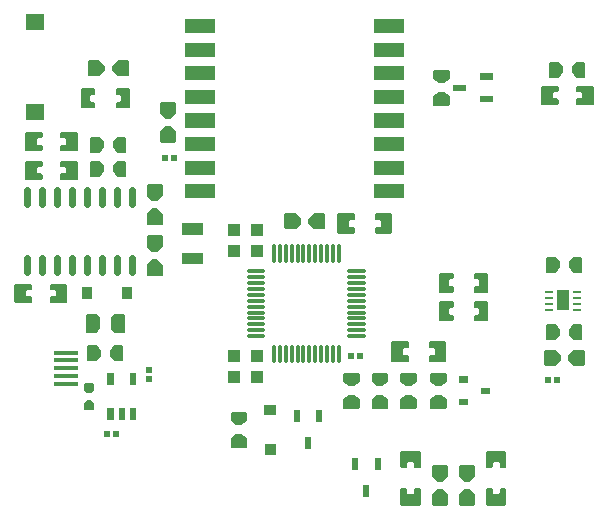
<source format=gtp>
G04 Layer: TopPasteMaskLayer*
G04 EasyEDA v6.4.19.5, 2021-06-01T19:55:23+08:00*
G04 f6417cd83a5c4070a8feff0417839a82,e682ae8673584cf28fd3bb4b7cd2207e,10*
G04 Gerber Generator version 0.2*
G04 Scale: 100 percent, Rotated: No, Reflected: No *
G04 Dimensions in inches *
G04 leading zeros omitted , absolute positions ,3 integer and 6 decimal *
%FSLAX36Y36*%
%MOIN*%

%ADD12C,0.0118*%
%ADD13C,0.0220*%
%ADD22R,0.0433X0.0394*%
%ADD30R,0.0591X0.0551*%
%ADD31R,0.0787X0.0157*%
%ADD33R,0.0394X0.0669*%
%ADD34R,0.0276X0.0098*%
%ADD35R,0.0209X0.0421*%
%ADD36R,0.0390X0.0346*%

%LPD*%
G36*
X1426320Y-574180D02*
G01*
X1407900Y-589340D01*
X1407900Y-616400D01*
X1411840Y-620340D01*
X1458160Y-620340D01*
X1462100Y-616400D01*
X1462100Y-589340D01*
X1443680Y-574180D01*
G37*
G36*
X1411840Y-499660D02*
G01*
X1407900Y-503600D01*
X1407900Y-530660D01*
X1426320Y-545820D01*
X1443680Y-545820D01*
X1462100Y-530660D01*
X1462100Y-503600D01*
X1458160Y-499660D01*
G37*
G36*
X1798600Y-472900D02*
G01*
X1794660Y-476840D01*
X1794660Y-523160D01*
X1798600Y-527100D01*
X1825660Y-527100D01*
X1840820Y-508680D01*
X1840820Y-491320D01*
X1825660Y-472900D01*
G37*
G36*
X1884340Y-472900D02*
G01*
X1869180Y-491320D01*
X1869180Y-508680D01*
X1884340Y-527100D01*
X1911399Y-527100D01*
X1915340Y-523160D01*
X1915340Y-476840D01*
X1911399Y-472900D01*
G37*
G36*
X1888460Y-553120D02*
G01*
X1884540Y-557040D01*
X1884540Y-570220D01*
X1888460Y-574160D01*
X1900480Y-574160D01*
X1904400Y-578100D01*
X1904400Y-591900D01*
X1900480Y-595840D01*
X1888460Y-595840D01*
X1884540Y-599780D01*
X1884540Y-612960D01*
X1888460Y-616880D01*
X1939060Y-616880D01*
X1943000Y-612960D01*
X1943000Y-557040D01*
X1939060Y-553120D01*
G37*
G36*
X1770940Y-553120D02*
G01*
X1767020Y-557040D01*
X1767020Y-612960D01*
X1770940Y-616880D01*
X1821540Y-616880D01*
X1825480Y-612960D01*
X1825480Y-599780D01*
X1821540Y-595840D01*
X1809540Y-595840D01*
X1805600Y-591900D01*
X1805600Y-578100D01*
X1809540Y-574160D01*
X1821540Y-574160D01*
X1825480Y-570220D01*
X1825480Y-557040D01*
X1821540Y-553120D01*
G37*
G36*
X50940Y-803120D02*
G01*
X47000Y-807039D01*
X47000Y-862960D01*
X50940Y-866880D01*
X101540Y-866880D01*
X105480Y-862960D01*
X105480Y-849780D01*
X101540Y-845840D01*
X89520Y-845840D01*
X85600Y-841900D01*
X85600Y-828100D01*
X89520Y-824160D01*
X101540Y-824160D01*
X105480Y-820220D01*
X105480Y-807039D01*
X101540Y-803120D01*
G37*
G36*
X168460Y-803120D02*
G01*
X164520Y-807039D01*
X164520Y-820220D01*
X168460Y-824160D01*
X180460Y-824160D01*
X184400Y-828100D01*
X184400Y-841900D01*
X180460Y-845840D01*
X168460Y-845840D01*
X164520Y-849780D01*
X164520Y-862960D01*
X168460Y-866880D01*
X219060Y-866880D01*
X222979Y-862960D01*
X222979Y-807039D01*
X219060Y-803120D01*
G37*
G36*
X450160Y-1490200D02*
G01*
X449360Y-1490980D01*
X449360Y-1508700D01*
X450560Y-1509880D01*
X469840Y-1509880D01*
X470640Y-1509100D01*
X470640Y-1490980D01*
X469840Y-1490200D01*
G37*
G36*
X450160Y-1520120D02*
G01*
X449360Y-1520900D01*
X449360Y-1538620D01*
X450560Y-1539800D01*
X469840Y-1539800D01*
X470640Y-1539019D01*
X470640Y-1520900D01*
X469840Y-1520120D01*
G37*
G36*
X310980Y-1704360D02*
G01*
X310200Y-1705160D01*
X310200Y-1724840D01*
X310980Y-1725640D01*
X328700Y-1725640D01*
X329880Y-1724440D01*
X329880Y-1705160D01*
X329099Y-1704360D01*
G37*
G36*
X340900Y-1704360D02*
G01*
X340120Y-1705160D01*
X340120Y-1724840D01*
X340900Y-1725640D01*
X358620Y-1725640D01*
X359799Y-1724440D01*
X359799Y-1705160D01*
X359020Y-1704360D01*
G37*
G36*
X1125980Y-1444360D02*
G01*
X1125200Y-1445160D01*
X1125200Y-1464840D01*
X1125980Y-1465640D01*
X1143700Y-1465640D01*
X1144880Y-1464440D01*
X1144880Y-1445160D01*
X1144100Y-1444360D01*
G37*
G36*
X1155900Y-1444360D02*
G01*
X1155120Y-1445160D01*
X1155120Y-1464840D01*
X1155900Y-1465640D01*
X1173620Y-1465640D01*
X1174800Y-1464440D01*
X1174800Y-1445160D01*
X1174020Y-1444360D01*
G37*
G36*
X505980Y-784360D02*
G01*
X505200Y-785160D01*
X505200Y-804840D01*
X505980Y-805639D01*
X523700Y-805639D01*
X524880Y-804440D01*
X524880Y-785160D01*
X524099Y-784360D01*
G37*
G36*
X535900Y-784360D02*
G01*
X535120Y-785160D01*
X535120Y-804840D01*
X535900Y-805639D01*
X553620Y-805639D01*
X554800Y-804440D01*
X554800Y-785160D01*
X554020Y-784360D01*
G37*
G36*
X15940Y-1213120D02*
G01*
X12000Y-1217040D01*
X12000Y-1272960D01*
X15940Y-1276880D01*
X66540Y-1276880D01*
X70480Y-1272960D01*
X70480Y-1259780D01*
X66540Y-1255840D01*
X54520Y-1255840D01*
X50599Y-1251900D01*
X50599Y-1238100D01*
X54520Y-1234160D01*
X66540Y-1234160D01*
X70480Y-1230220D01*
X70480Y-1217040D01*
X66540Y-1213120D01*
G37*
G36*
X133460Y-1213120D02*
G01*
X129520Y-1217040D01*
X129520Y-1230220D01*
X133460Y-1234160D01*
X145460Y-1234160D01*
X149400Y-1238100D01*
X149400Y-1251900D01*
X145460Y-1255840D01*
X133460Y-1255840D01*
X129520Y-1259780D01*
X129520Y-1272960D01*
X133460Y-1276880D01*
X184060Y-1276880D01*
X187979Y-1272960D01*
X187979Y-1217040D01*
X184060Y-1213120D01*
G37*
G36*
X50940Y-708120D02*
G01*
X47000Y-712039D01*
X47000Y-767960D01*
X50940Y-771880D01*
X101540Y-771880D01*
X105480Y-767960D01*
X105480Y-754780D01*
X101540Y-750840D01*
X89520Y-750840D01*
X85600Y-746900D01*
X85600Y-733100D01*
X89520Y-729160D01*
X101540Y-729160D01*
X105480Y-725220D01*
X105480Y-712039D01*
X101540Y-708120D01*
G37*
G36*
X168460Y-708120D02*
G01*
X164520Y-712039D01*
X164520Y-725220D01*
X168460Y-729160D01*
X180460Y-729160D01*
X184400Y-733100D01*
X184400Y-746900D01*
X180460Y-750840D01*
X168460Y-750840D01*
X164520Y-754780D01*
X164520Y-767960D01*
X168460Y-771880D01*
X219060Y-771880D01*
X222979Y-767960D01*
X222979Y-712039D01*
X219060Y-708120D01*
G37*
G36*
X375920Y-1313440D02*
G01*
X342520Y-1313500D01*
X332320Y-1327680D01*
X332120Y-1363560D01*
X342939Y-1376459D01*
X376220Y-1376480D01*
X379640Y-1373140D01*
X379680Y-1317100D01*
G37*
G36*
X253540Y-1313500D02*
G01*
X250120Y-1316840D01*
X250080Y-1372880D01*
X253840Y-1376540D01*
X287220Y-1376480D01*
X297440Y-1362300D01*
X297620Y-1326420D01*
X286820Y-1313520D01*
G37*
G36*
X1272000Y-1405980D02*
G01*
X1268080Y-1409920D01*
X1268080Y-1470080D01*
X1272000Y-1474019D01*
X1322600Y-1474019D01*
X1326540Y-1470080D01*
X1326540Y-1455500D01*
X1322600Y-1451560D01*
X1310600Y-1451560D01*
X1306660Y-1447620D01*
X1306660Y-1432380D01*
X1310600Y-1428440D01*
X1322600Y-1428440D01*
X1326540Y-1424500D01*
X1326540Y-1409920D01*
X1322600Y-1405980D01*
G37*
G36*
X1397400Y-1405980D02*
G01*
X1393460Y-1409920D01*
X1393460Y-1424500D01*
X1397400Y-1428440D01*
X1409400Y-1428440D01*
X1413340Y-1432380D01*
X1413340Y-1447620D01*
X1409400Y-1451560D01*
X1397400Y-1451560D01*
X1393460Y-1455500D01*
X1393460Y-1470080D01*
X1397400Y-1474019D01*
X1448000Y-1474019D01*
X1451920Y-1470080D01*
X1451920Y-1409920D01*
X1448000Y-1405980D01*
G37*
G36*
X1092000Y-978420D02*
G01*
X1088080Y-982360D01*
X1088080Y-1042520D01*
X1092000Y-1046460D01*
X1142600Y-1046460D01*
X1146540Y-1042520D01*
X1146540Y-1027940D01*
X1142600Y-1024000D01*
X1130600Y-1024000D01*
X1126660Y-1020060D01*
X1126660Y-1004820D01*
X1130600Y-1000879D01*
X1142600Y-1000879D01*
X1146540Y-996940D01*
X1146540Y-982360D01*
X1142600Y-978420D01*
G37*
G36*
X1217400Y-978420D02*
G01*
X1213460Y-982360D01*
X1213460Y-996940D01*
X1217400Y-1000879D01*
X1229400Y-1000879D01*
X1233340Y-1004820D01*
X1233340Y-1020060D01*
X1229400Y-1024000D01*
X1217400Y-1024000D01*
X1213460Y-1027940D01*
X1213460Y-1042520D01*
X1217400Y-1046460D01*
X1268000Y-1046460D01*
X1271920Y-1042520D01*
X1271920Y-982360D01*
X1268000Y-978420D01*
G37*
G36*
X1302400Y-1769440D02*
G01*
X1298460Y-1773380D01*
X1298460Y-1823980D01*
X1302400Y-1827920D01*
X1316980Y-1827920D01*
X1320920Y-1823980D01*
X1320920Y-1811980D01*
X1324860Y-1808040D01*
X1340100Y-1808040D01*
X1344040Y-1811980D01*
X1344040Y-1823980D01*
X1347980Y-1827920D01*
X1362560Y-1827920D01*
X1366500Y-1823980D01*
X1366500Y-1773380D01*
X1362560Y-1769440D01*
G37*
G36*
X1302400Y-1894840D02*
G01*
X1298460Y-1898779D01*
X1298460Y-1949360D01*
X1302400Y-1953300D01*
X1362560Y-1953300D01*
X1366500Y-1949360D01*
X1366500Y-1898779D01*
X1362560Y-1894840D01*
X1347980Y-1894840D01*
X1344040Y-1898779D01*
X1344040Y-1910780D01*
X1340100Y-1914720D01*
X1324860Y-1914720D01*
X1320920Y-1910780D01*
X1320920Y-1898779D01*
X1316980Y-1894840D01*
G37*
G36*
X1587400Y-1769440D02*
G01*
X1583460Y-1773380D01*
X1583460Y-1823980D01*
X1587400Y-1827920D01*
X1601980Y-1827920D01*
X1605920Y-1823980D01*
X1605920Y-1811980D01*
X1609860Y-1808040D01*
X1625100Y-1808040D01*
X1629040Y-1811980D01*
X1629040Y-1823980D01*
X1632980Y-1827920D01*
X1647560Y-1827920D01*
X1651500Y-1823980D01*
X1651500Y-1773380D01*
X1647560Y-1769440D01*
G37*
G36*
X1587400Y-1894840D02*
G01*
X1583460Y-1898779D01*
X1583460Y-1949360D01*
X1587400Y-1953300D01*
X1647560Y-1953300D01*
X1651500Y-1949360D01*
X1651500Y-1898779D01*
X1647560Y-1894840D01*
X1632980Y-1894840D01*
X1629040Y-1898779D01*
X1629040Y-1910780D01*
X1625100Y-1914720D01*
X1609860Y-1914720D01*
X1605920Y-1910780D01*
X1605920Y-1898779D01*
X1601980Y-1894840D01*
G37*
G36*
X471500Y-961520D02*
G01*
X453420Y-980400D01*
X453420Y-1014360D01*
X457360Y-1018300D01*
X502640Y-1018300D01*
X506580Y-1014360D01*
X506580Y-980400D01*
X488500Y-961520D01*
G37*
G36*
X457360Y-881700D02*
G01*
X453420Y-885639D01*
X453420Y-919599D01*
X471500Y-938480D01*
X488500Y-938480D01*
X506580Y-919599D01*
X506580Y-885639D01*
X502640Y-881700D01*
G37*
G36*
X915639Y-978420D02*
G01*
X911700Y-982360D01*
X911700Y-1027640D01*
X915639Y-1031580D01*
X949620Y-1031580D01*
X968480Y-1013500D01*
X968480Y-996500D01*
X949620Y-978420D01*
G37*
G36*
X1010380Y-978420D02*
G01*
X991520Y-996500D01*
X991520Y-1013500D01*
X1010380Y-1031580D01*
X1044360Y-1031580D01*
X1048300Y-1027640D01*
X1048300Y-982360D01*
X1044360Y-978420D01*
G37*
G36*
X355400Y-468420D02*
G01*
X336520Y-486500D01*
X336520Y-503500D01*
X355400Y-521580D01*
X389360Y-521580D01*
X393300Y-517640D01*
X393300Y-472360D01*
X389360Y-468420D01*
G37*
G36*
X260640Y-468420D02*
G01*
X256700Y-472360D01*
X256700Y-517640D01*
X260640Y-521580D01*
X294600Y-521580D01*
X313480Y-503500D01*
X313480Y-486500D01*
X294600Y-468420D01*
G37*
G36*
X457360Y-1051700D02*
G01*
X453420Y-1055640D01*
X453420Y-1089600D01*
X471500Y-1108480D01*
X488500Y-1108480D01*
X506580Y-1089600D01*
X506580Y-1055640D01*
X502640Y-1051700D01*
G37*
G36*
X471500Y-1131520D02*
G01*
X453420Y-1150400D01*
X453420Y-1184360D01*
X457360Y-1188300D01*
X502640Y-1188300D01*
X506580Y-1184360D01*
X506580Y-1150400D01*
X488500Y-1131520D01*
G37*
G36*
X1497360Y-1816699D02*
G01*
X1493420Y-1820640D01*
X1493420Y-1854600D01*
X1511500Y-1873480D01*
X1528500Y-1873480D01*
X1546579Y-1854600D01*
X1546579Y-1820640D01*
X1542640Y-1816699D01*
G37*
G36*
X1511500Y-1896519D02*
G01*
X1493420Y-1915400D01*
X1493420Y-1949360D01*
X1497360Y-1953300D01*
X1542640Y-1953300D01*
X1546579Y-1949360D01*
X1546579Y-1915400D01*
X1528500Y-1896519D01*
G37*
G36*
X516500Y-686520D02*
G01*
X498420Y-705400D01*
X498420Y-739360D01*
X502360Y-743300D01*
X547640Y-743300D01*
X551580Y-739360D01*
X551580Y-705400D01*
X533500Y-686520D01*
G37*
G36*
X502360Y-606700D02*
G01*
X498420Y-610640D01*
X498420Y-644599D01*
X516500Y-663480D01*
X533500Y-663480D01*
X551580Y-644599D01*
X551580Y-610640D01*
X547640Y-606700D01*
G37*
G36*
X1407320Y-1816699D02*
G01*
X1403380Y-1820640D01*
X1403380Y-1854600D01*
X1421459Y-1873480D01*
X1438460Y-1873480D01*
X1456540Y-1854600D01*
X1456540Y-1820640D01*
X1452600Y-1816699D01*
G37*
G36*
X1421459Y-1896519D02*
G01*
X1403380Y-1915400D01*
X1403380Y-1949360D01*
X1407320Y-1953300D01*
X1452600Y-1953300D01*
X1456540Y-1949360D01*
X1456540Y-1915400D01*
X1438460Y-1896519D01*
G37*
G36*
X1780980Y-1524360D02*
G01*
X1780200Y-1525160D01*
X1780200Y-1544840D01*
X1780980Y-1545640D01*
X1798700Y-1545640D01*
X1799880Y-1544440D01*
X1799880Y-1525160D01*
X1799100Y-1524360D01*
G37*
G36*
X1810900Y-1524360D02*
G01*
X1810120Y-1525160D01*
X1810120Y-1544840D01*
X1810900Y-1545640D01*
X1828620Y-1545640D01*
X1829800Y-1544440D01*
X1829800Y-1525160D01*
X1829019Y-1524360D01*
G37*
G36*
X1780640Y-1433420D02*
G01*
X1776699Y-1437360D01*
X1776699Y-1482640D01*
X1780640Y-1486579D01*
X1814620Y-1486579D01*
X1833480Y-1468500D01*
X1833480Y-1451500D01*
X1814620Y-1433420D01*
G37*
G36*
X1875380Y-1433420D02*
G01*
X1856519Y-1451500D01*
X1856519Y-1468500D01*
X1875380Y-1486579D01*
X1909360Y-1486579D01*
X1913300Y-1482640D01*
X1913300Y-1437360D01*
X1909360Y-1433420D01*
G37*
G36*
X736840Y-1639660D02*
G01*
X732900Y-1643600D01*
X732900Y-1670660D01*
X751320Y-1685820D01*
X768680Y-1685820D01*
X787099Y-1670660D01*
X787099Y-1643600D01*
X783160Y-1639660D01*
G37*
G36*
X751320Y-1714180D02*
G01*
X732900Y-1729340D01*
X732900Y-1756399D01*
X736840Y-1760340D01*
X783160Y-1760340D01*
X787099Y-1756399D01*
X787099Y-1729340D01*
X768680Y-1714180D01*
G37*
G36*
X1874340Y-1122900D02*
G01*
X1859180Y-1141320D01*
X1859180Y-1158680D01*
X1874340Y-1177100D01*
X1901399Y-1177100D01*
X1905340Y-1173160D01*
X1905340Y-1126840D01*
X1901399Y-1122900D01*
G37*
G36*
X1788600Y-1122900D02*
G01*
X1784660Y-1126840D01*
X1784660Y-1173160D01*
X1788600Y-1177100D01*
X1815660Y-1177100D01*
X1830820Y-1158680D01*
X1830820Y-1141320D01*
X1815660Y-1122900D01*
G37*
G36*
X254560Y-1602400D02*
G01*
X243000Y-1613200D01*
X243000Y-1633020D01*
X245520Y-1635540D01*
X274480Y-1635540D01*
X277000Y-1633020D01*
X277000Y-1613200D01*
X265440Y-1602400D01*
G37*
G36*
X245520Y-1544460D02*
G01*
X243000Y-1546980D01*
X243000Y-1566800D01*
X254560Y-1577600D01*
X265440Y-1577600D01*
X277000Y-1566800D01*
X277000Y-1546980D01*
X274480Y-1544460D01*
G37*
G36*
X344340Y-1417900D02*
G01*
X329180Y-1436320D01*
X329180Y-1453680D01*
X344340Y-1472100D01*
X371400Y-1472100D01*
X375340Y-1468160D01*
X375340Y-1421840D01*
X371400Y-1417900D01*
G37*
G36*
X258600Y-1417900D02*
G01*
X254660Y-1421840D01*
X254660Y-1468160D01*
X258600Y-1472100D01*
X285660Y-1472100D01*
X300820Y-1453680D01*
X300820Y-1436320D01*
X285660Y-1417900D01*
G37*
G36*
X1221320Y-1584180D02*
G01*
X1202900Y-1599340D01*
X1202900Y-1626399D01*
X1206840Y-1630340D01*
X1253160Y-1630340D01*
X1257100Y-1626399D01*
X1257100Y-1599340D01*
X1238680Y-1584180D01*
G37*
G36*
X1206840Y-1509660D02*
G01*
X1202900Y-1513600D01*
X1202900Y-1540660D01*
X1221320Y-1555820D01*
X1238680Y-1555820D01*
X1257100Y-1540660D01*
X1257100Y-1513600D01*
X1253160Y-1509660D01*
G37*
G36*
X1316320Y-1584180D02*
G01*
X1297900Y-1599340D01*
X1297900Y-1626399D01*
X1301840Y-1630340D01*
X1348160Y-1630340D01*
X1352100Y-1626399D01*
X1352100Y-1599340D01*
X1333680Y-1584180D01*
G37*
G36*
X1301840Y-1509660D02*
G01*
X1297900Y-1513600D01*
X1297900Y-1540660D01*
X1316320Y-1555820D01*
X1333680Y-1555820D01*
X1352100Y-1540660D01*
X1352100Y-1513600D01*
X1348160Y-1509660D01*
G37*
G36*
X1126320Y-1584180D02*
G01*
X1107900Y-1599340D01*
X1107900Y-1626399D01*
X1111840Y-1630340D01*
X1158160Y-1630340D01*
X1162100Y-1626399D01*
X1162100Y-1599340D01*
X1143680Y-1584180D01*
G37*
G36*
X1111840Y-1509660D02*
G01*
X1107900Y-1513600D01*
X1107900Y-1540660D01*
X1126320Y-1555820D01*
X1143680Y-1555820D01*
X1162100Y-1540660D01*
X1162100Y-1513600D01*
X1158160Y-1509660D01*
G37*
G36*
X1401840Y-1509660D02*
G01*
X1397900Y-1513600D01*
X1397900Y-1540660D01*
X1416320Y-1555820D01*
X1433680Y-1555820D01*
X1452100Y-1540660D01*
X1452100Y-1513600D01*
X1448160Y-1509660D01*
G37*
G36*
X1416320Y-1584180D02*
G01*
X1397900Y-1599340D01*
X1397900Y-1626399D01*
X1401840Y-1630340D01*
X1448160Y-1630340D01*
X1452100Y-1626399D01*
X1452100Y-1599340D01*
X1433680Y-1584180D01*
G37*
G36*
X236940Y-561520D02*
G01*
X233020Y-565460D01*
X233020Y-624540D01*
X236940Y-628480D01*
X276620Y-628480D01*
X280560Y-624540D01*
X280560Y-610320D01*
X276620Y-606380D01*
X268320Y-606380D01*
X264380Y-602440D01*
X264380Y-587560D01*
X268320Y-583620D01*
X276620Y-583620D01*
X280560Y-579680D01*
X280560Y-565460D01*
X276620Y-561520D01*
G37*
G36*
X353380Y-561520D02*
G01*
X349440Y-565460D01*
X349440Y-579680D01*
X353380Y-583620D01*
X361680Y-583620D01*
X365620Y-587560D01*
X365620Y-602440D01*
X361680Y-606380D01*
X353380Y-606380D01*
X349440Y-610320D01*
X349440Y-624540D01*
X353380Y-628480D01*
X393060Y-628480D01*
X396980Y-624540D01*
X396980Y-565460D01*
X393060Y-561520D01*
G37*
G36*
X268600Y-802900D02*
G01*
X264660Y-806840D01*
X264660Y-853160D01*
X268600Y-857099D01*
X295660Y-857099D01*
X310820Y-838680D01*
X310820Y-821320D01*
X295660Y-802900D01*
G37*
G36*
X354340Y-802900D02*
G01*
X339180Y-821320D01*
X339180Y-838680D01*
X354340Y-857099D01*
X381400Y-857099D01*
X385340Y-853160D01*
X385340Y-806840D01*
X381400Y-802900D01*
G37*
G36*
X268600Y-722900D02*
G01*
X264660Y-726840D01*
X264660Y-773160D01*
X268600Y-777099D01*
X295660Y-777099D01*
X310820Y-758680D01*
X310820Y-741320D01*
X295660Y-722900D01*
G37*
G36*
X354340Y-722900D02*
G01*
X339180Y-741320D01*
X339180Y-758680D01*
X354340Y-777099D01*
X381400Y-777099D01*
X385340Y-773160D01*
X385340Y-726840D01*
X381400Y-722900D01*
G37*
G36*
X1431940Y-1271520D02*
G01*
X1428020Y-1275460D01*
X1428020Y-1334540D01*
X1431940Y-1338480D01*
X1471620Y-1338480D01*
X1475560Y-1334540D01*
X1475560Y-1320320D01*
X1471620Y-1316380D01*
X1463320Y-1316380D01*
X1459379Y-1312440D01*
X1459379Y-1297560D01*
X1463320Y-1293620D01*
X1471620Y-1293620D01*
X1475560Y-1289680D01*
X1475560Y-1275460D01*
X1471620Y-1271520D01*
G37*
G36*
X1548380Y-1271520D02*
G01*
X1544440Y-1275460D01*
X1544440Y-1289680D01*
X1548380Y-1293620D01*
X1556680Y-1293620D01*
X1560620Y-1297560D01*
X1560620Y-1312440D01*
X1556680Y-1316380D01*
X1548380Y-1316380D01*
X1544440Y-1320320D01*
X1544440Y-1334540D01*
X1548380Y-1338480D01*
X1588060Y-1338480D01*
X1591980Y-1334540D01*
X1591980Y-1275460D01*
X1588060Y-1271520D01*
G37*
G36*
X1874340Y-1347900D02*
G01*
X1859180Y-1366320D01*
X1859180Y-1383680D01*
X1874340Y-1402100D01*
X1901399Y-1402100D01*
X1905340Y-1398160D01*
X1905340Y-1351840D01*
X1901399Y-1347900D01*
G37*
G36*
X1788600Y-1347900D02*
G01*
X1784660Y-1351840D01*
X1784660Y-1398160D01*
X1788600Y-1402100D01*
X1815660Y-1402100D01*
X1830820Y-1383680D01*
X1830820Y-1366320D01*
X1815660Y-1347900D01*
G37*
G36*
X1431940Y-1176520D02*
G01*
X1428020Y-1180460D01*
X1428020Y-1239540D01*
X1431940Y-1243480D01*
X1471620Y-1243480D01*
X1475560Y-1239540D01*
X1475560Y-1225320D01*
X1471620Y-1221380D01*
X1463320Y-1221380D01*
X1459379Y-1217440D01*
X1459379Y-1202560D01*
X1463320Y-1198620D01*
X1471620Y-1198620D01*
X1475560Y-1194680D01*
X1475560Y-1180460D01*
X1471620Y-1176520D01*
G37*
G36*
X1548380Y-1176520D02*
G01*
X1544440Y-1180460D01*
X1544440Y-1194680D01*
X1548380Y-1198620D01*
X1556680Y-1198620D01*
X1560620Y-1202560D01*
X1560620Y-1217440D01*
X1556680Y-1221380D01*
X1548380Y-1221380D01*
X1544440Y-1225320D01*
X1544440Y-1239540D01*
X1548380Y-1243480D01*
X1588060Y-1243480D01*
X1591980Y-1239540D01*
X1591980Y-1180460D01*
X1588060Y-1176520D01*
G37*
D12*
X794058Y-1171729D02*
G01*
X841301Y-1171729D01*
X794058Y-1191419D02*
G01*
X841301Y-1191419D01*
X794058Y-1211100D02*
G01*
X841301Y-1211100D01*
X794058Y-1230790D02*
G01*
X841301Y-1230790D01*
X794058Y-1250470D02*
G01*
X841301Y-1250470D01*
X794058Y-1270160D02*
G01*
X841301Y-1270160D01*
X794058Y-1289839D02*
G01*
X841301Y-1289839D01*
X794058Y-1309529D02*
G01*
X841301Y-1309529D01*
X794058Y-1329209D02*
G01*
X841301Y-1329209D01*
X794058Y-1348899D02*
G01*
X841301Y-1348899D01*
X794058Y-1368580D02*
G01*
X841301Y-1368580D01*
X794058Y-1388270D02*
G01*
X841301Y-1388270D01*
X876729Y-1423697D02*
G01*
X876729Y-1470942D01*
X896419Y-1423697D02*
G01*
X896419Y-1470942D01*
X916099Y-1423697D02*
G01*
X916099Y-1470942D01*
X935789Y-1423697D02*
G01*
X935789Y-1470942D01*
X955469Y-1423697D02*
G01*
X955469Y-1470942D01*
X975159Y-1423697D02*
G01*
X975159Y-1470942D01*
X994840Y-1423697D02*
G01*
X994840Y-1470942D01*
X1014530Y-1423697D02*
G01*
X1014530Y-1470942D01*
X1034210Y-1423697D02*
G01*
X1034210Y-1470942D01*
X1053900Y-1423697D02*
G01*
X1053900Y-1470942D01*
X1073580Y-1423697D02*
G01*
X1073580Y-1470942D01*
X1093270Y-1423697D02*
G01*
X1093270Y-1470942D01*
X1128698Y-1388270D02*
G01*
X1175941Y-1388270D01*
X1128698Y-1368580D02*
G01*
X1175941Y-1368580D01*
X1128698Y-1348899D02*
G01*
X1175941Y-1348899D01*
X1128698Y-1329209D02*
G01*
X1175941Y-1329209D01*
X1128698Y-1309529D02*
G01*
X1175941Y-1309529D01*
X1128698Y-1289839D02*
G01*
X1175941Y-1289839D01*
X1128698Y-1270160D02*
G01*
X1175941Y-1270160D01*
X1128698Y-1250470D02*
G01*
X1175941Y-1250470D01*
X1128698Y-1230790D02*
G01*
X1175941Y-1230790D01*
X1128698Y-1211100D02*
G01*
X1175941Y-1211100D01*
X1128698Y-1191419D02*
G01*
X1175941Y-1191419D01*
X1128698Y-1171729D02*
G01*
X1175941Y-1171729D01*
X1093270Y-1089058D02*
G01*
X1093270Y-1136302D01*
X1073580Y-1089058D02*
G01*
X1073580Y-1136302D01*
X1053900Y-1089058D02*
G01*
X1053900Y-1136302D01*
X1034210Y-1089058D02*
G01*
X1034210Y-1136302D01*
X1014530Y-1089058D02*
G01*
X1014530Y-1136302D01*
X994840Y-1089058D02*
G01*
X994840Y-1136302D01*
X975159Y-1089058D02*
G01*
X975159Y-1136302D01*
X955469Y-1089058D02*
G01*
X955469Y-1136302D01*
X935789Y-1089058D02*
G01*
X935789Y-1136302D01*
X916099Y-1089058D02*
G01*
X916099Y-1136302D01*
X896419Y-1089058D02*
G01*
X896419Y-1136302D01*
X876729Y-1089058D02*
G01*
X876729Y-1136302D01*
D13*
X55000Y-1127763D02*
G01*
X55000Y-1174416D01*
X105000Y-1127763D02*
G01*
X105000Y-1174416D01*
X155000Y-1127763D02*
G01*
X155000Y-1174416D01*
X205000Y-1127763D02*
G01*
X205000Y-1174416D01*
X255000Y-1127763D02*
G01*
X255000Y-1174416D01*
X305000Y-1127763D02*
G01*
X305000Y-1174416D01*
X355000Y-1127763D02*
G01*
X355000Y-1174416D01*
X405000Y-1127763D02*
G01*
X405000Y-1174416D01*
X55000Y-901583D02*
G01*
X55000Y-948236D01*
X105000Y-901583D02*
G01*
X105000Y-948236D01*
X155000Y-901583D02*
G01*
X155000Y-948236D01*
X205000Y-901583D02*
G01*
X205000Y-948236D01*
X255000Y-901583D02*
G01*
X255000Y-948236D01*
X305000Y-901583D02*
G01*
X305000Y-948236D01*
X355000Y-901583D02*
G01*
X355000Y-948236D01*
X405000Y-901583D02*
G01*
X405000Y-948236D01*
G36*
X1605743Y-607873D02*
G01*
X1605743Y-586929D01*
X1563617Y-586929D01*
X1563617Y-607873D01*
G37*
G36*
X1605743Y-533070D02*
G01*
X1605743Y-512126D01*
X1563617Y-512126D01*
X1563617Y-533070D01*
G37*
G36*
X1516373Y-570471D02*
G01*
X1516373Y-549528D01*
X1474246Y-549528D01*
X1474246Y-570471D01*
G37*
G36*
X1492637Y-1522126D02*
G01*
X1492637Y-1543071D01*
X1523346Y-1543071D01*
X1523346Y-1522126D01*
G37*
G36*
X1492637Y-1596929D02*
G01*
X1492637Y-1617873D01*
X1523346Y-1617873D01*
X1523346Y-1596929D01*
G37*
G36*
X1566653Y-1559528D02*
G01*
X1566653Y-1580471D01*
X1597362Y-1580471D01*
X1597362Y-1559528D01*
G37*
D22*
G01*
X745000Y-1034569D03*
G01*
X745000Y-1105439D03*
G01*
X820000Y-1034569D03*
G01*
X820000Y-1105439D03*
G01*
X820000Y-1525430D03*
G01*
X820000Y-1454560D03*
G01*
X745000Y-1525430D03*
G01*
X745000Y-1454560D03*
G36*
X321772Y-1511255D02*
G01*
X343425Y-1511255D01*
X343425Y-1550625D01*
X321772Y-1550625D01*
G37*
G36*
X396574Y-1511255D02*
G01*
X418227Y-1511255D01*
X418227Y-1550625D01*
X396574Y-1550625D01*
G37*
G36*
X396574Y-1629364D02*
G01*
X418227Y-1629364D01*
X418227Y-1668735D01*
X396574Y-1668735D01*
G37*
G36*
X359172Y-1629364D02*
G01*
X380827Y-1629364D01*
X380827Y-1668735D01*
X359172Y-1668735D01*
G37*
G36*
X321772Y-1629364D02*
G01*
X343425Y-1629364D01*
X343425Y-1668735D01*
X321772Y-1668735D01*
G37*
G36*
X270689Y-1225511D02*
G01*
X270689Y-1264488D01*
X236042Y-1264488D01*
X236042Y-1225511D01*
G37*
G36*
X369310Y-1225511D02*
G01*
X369310Y-1264488D01*
X403957Y-1264488D01*
X403957Y-1225511D01*
G37*
D30*
G01*
X80000Y-639600D03*
G01*
X80000Y-340399D03*
D31*
G01*
X182249Y-1546179D03*
G01*
X182249Y-1520590D03*
G01*
X182249Y-1495000D03*
G01*
X182249Y-1469409D03*
G01*
X182249Y-1443820D03*
G36*
X569567Y-1109528D02*
G01*
X640432Y-1109528D01*
X640432Y-1148897D01*
X569567Y-1148897D01*
G37*
G36*
X569567Y-1011102D02*
G01*
X640432Y-1011102D01*
X640432Y-1050471D01*
X569567Y-1050471D01*
G37*
D33*
G01*
X1840510Y-1269400D03*
D34*
G01*
X1887250Y-1299529D03*
G01*
X1887250Y-1279839D03*
G01*
X1887250Y-1260160D03*
G01*
X1887250Y-1240470D03*
G01*
X1792759Y-1299529D03*
G01*
X1792759Y-1279839D03*
G01*
X1792759Y-1260160D03*
G01*
X1792759Y-1240470D03*
D35*
G01*
X1222399Y-1814520D03*
G01*
X1147600Y-1814520D03*
G01*
X1185000Y-1903890D03*
G36*
X845511Y-1749310D02*
G01*
X884488Y-1749310D01*
X884488Y-1783957D01*
X845511Y-1783957D01*
G37*
D36*
G01*
X865000Y-1633370D03*
D35*
G01*
X1027399Y-1654520D03*
G01*
X952600Y-1654520D03*
G01*
X990000Y-1743890D03*
G36*
X578857Y-330787D02*
G01*
X681219Y-330787D01*
X681219Y-378031D01*
X578857Y-378031D01*
G37*
G36*
X578857Y-409526D02*
G01*
X681219Y-409526D01*
X681219Y-456770D01*
X578857Y-456770D01*
G37*
G36*
X578857Y-488266D02*
G01*
X681219Y-488266D01*
X681219Y-535510D01*
X578857Y-535510D01*
G37*
G36*
X578857Y-567006D02*
G01*
X681219Y-567006D01*
X681219Y-614250D01*
X578857Y-614250D01*
G37*
G36*
X578857Y-645747D02*
G01*
X681219Y-645747D01*
X681219Y-692991D01*
X578857Y-692991D01*
G37*
G36*
X578857Y-724488D02*
G01*
X681219Y-724488D01*
X681219Y-771732D01*
X578857Y-771732D01*
G37*
G36*
X578857Y-803227D02*
G01*
X681219Y-803227D01*
X681219Y-850471D01*
X578857Y-850471D01*
G37*
G36*
X578857Y-881967D02*
G01*
X681219Y-881967D01*
X681219Y-929211D01*
X578857Y-929211D01*
G37*
G36*
X1208779Y-881967D02*
G01*
X1311141Y-881967D01*
X1311141Y-929211D01*
X1208779Y-929211D01*
G37*
G36*
X1208778Y-803227D02*
G01*
X1311139Y-803227D01*
X1311139Y-850471D01*
X1208778Y-850471D01*
G37*
G36*
X1208778Y-724488D02*
G01*
X1311139Y-724488D01*
X1311139Y-771732D01*
X1208778Y-771732D01*
G37*
G36*
X1208778Y-645747D02*
G01*
X1311139Y-645747D01*
X1311139Y-692991D01*
X1208778Y-692991D01*
G37*
G36*
X1208778Y-567006D02*
G01*
X1311139Y-567006D01*
X1311139Y-614250D01*
X1208778Y-614250D01*
G37*
G36*
X1208778Y-488266D02*
G01*
X1311139Y-488266D01*
X1311139Y-535510D01*
X1208778Y-535510D01*
G37*
G36*
X1208778Y-409526D02*
G01*
X1311139Y-409526D01*
X1311139Y-456770D01*
X1208778Y-456770D01*
G37*
G36*
X1208778Y-330787D02*
G01*
X1311139Y-330787D01*
X1311139Y-378031D01*
X1208778Y-378031D01*
G37*
M02*

</source>
